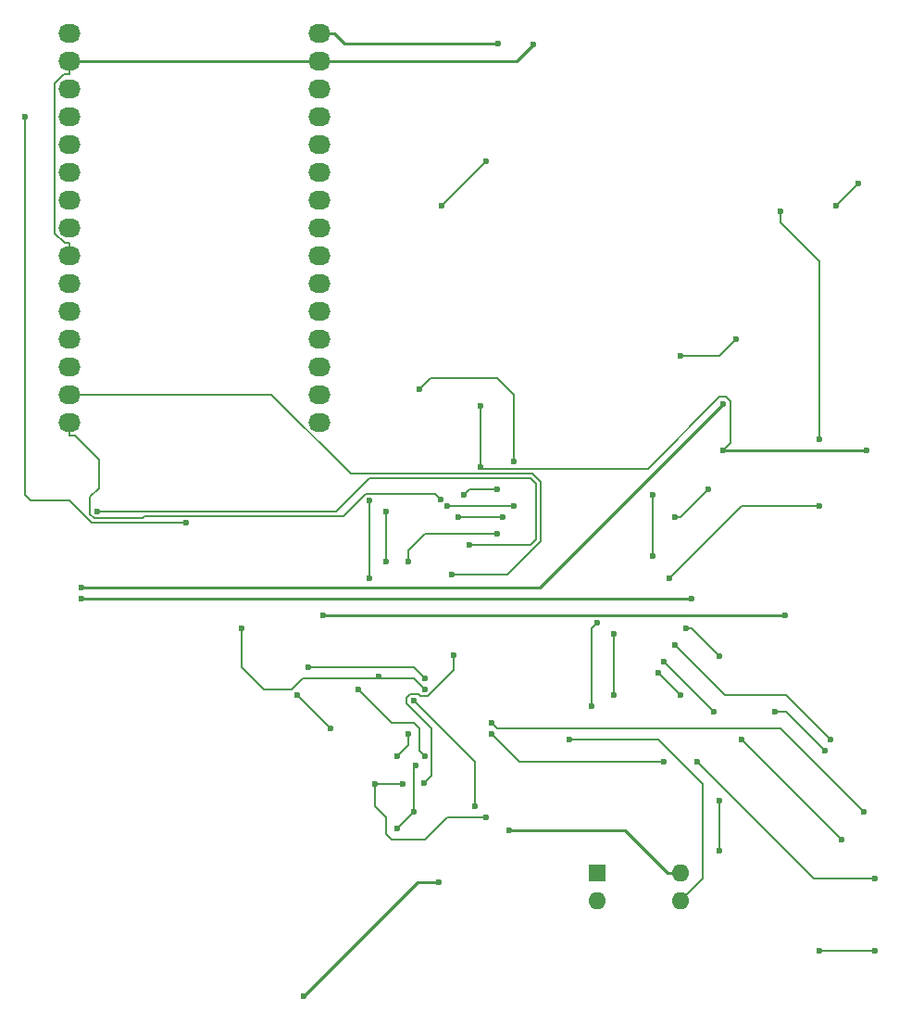
<source format=gbl>
G04 #@! TF.FileFunction,Copper,L2,Bot,Signal*
%FSLAX46Y46*%
G04 Gerber Fmt 4.6, Leading zero omitted, Abs format (unit mm)*
G04 Created by KiCad (PCBNEW 4.0.7) date 06/29/18 09:04:28*
%MOMM*%
%LPD*%
G01*
G04 APERTURE LIST*
%ADD10C,0.100000*%
%ADD11R,1.600000X1.600000*%
%ADD12O,1.600000X1.600000*%
%ADD13O,2.032000X1.727200*%
%ADD14C,0.600000*%
%ADD15C,0.250000*%
%ADD16C,0.200000*%
G04 APERTURE END LIST*
D10*
D11*
X143764000Y-125476000D03*
D12*
X151384000Y-128016000D03*
X143764000Y-128016000D03*
X151384000Y-125476000D03*
D13*
X118364000Y-84328000D03*
X118364000Y-81788000D03*
X118364000Y-79248000D03*
X118364000Y-76708000D03*
X118364000Y-74168000D03*
X118364000Y-71628000D03*
X118364000Y-69088000D03*
X118364000Y-66548000D03*
X118364000Y-64008000D03*
X118364000Y-61468000D03*
X118364000Y-58928000D03*
X118364000Y-56388000D03*
X118364000Y-53848000D03*
X118364000Y-51308000D03*
X118364000Y-48768000D03*
X95504000Y-84328000D03*
X95504000Y-53848000D03*
X95504000Y-51308000D03*
X95504000Y-56388000D03*
X95504000Y-71628000D03*
X95504000Y-74168000D03*
X95504000Y-69088000D03*
X95504000Y-48768000D03*
X95504000Y-64008000D03*
X95504000Y-66548000D03*
X95504000Y-61468000D03*
X95504000Y-58928000D03*
X95504000Y-79248000D03*
X95504000Y-76708000D03*
X95504000Y-81788000D03*
D14*
X137948000Y-49799300D03*
X125476000Y-121412000D03*
X127000000Y-119888000D03*
X133096000Y-88392000D03*
X133096000Y-82804000D03*
X134741000Y-49697500D03*
X135714000Y-121627000D03*
X155338000Y-86877700D03*
X168396000Y-86877700D03*
X127166300Y-115661700D03*
X116922000Y-136752000D03*
X129280000Y-126285000D03*
X141224000Y-113284000D03*
X149352000Y-107188000D03*
X151384000Y-109220000D03*
X154940000Y-118872000D03*
X154940000Y-123444000D03*
X126492000Y-112776000D03*
X125476000Y-114808000D03*
X133604000Y-120396000D03*
X123444000Y-117348000D03*
X125984000Y-117348000D03*
X134620000Y-94488000D03*
X126492000Y-97028000D03*
X127000000Y-109728000D03*
X132588000Y-119380000D03*
X111252000Y-103124000D03*
X128016000Y-108712000D03*
X123835800Y-107500100D03*
X117348000Y-106680000D03*
X128016000Y-107696000D03*
X116332000Y-109220000D03*
X119380000Y-112268000D03*
X143256000Y-110236000D03*
X143764000Y-102616000D03*
X148844000Y-96520000D03*
X148844000Y-90932000D03*
X151384000Y-78232000D03*
X156464000Y-76708000D03*
X165608000Y-64516000D03*
X167640000Y-62484000D03*
X164084000Y-85852000D03*
X164084000Y-91948000D03*
X150368000Y-98552000D03*
X145288000Y-103632000D03*
X145288000Y-109220000D03*
X160528000Y-65024000D03*
X169164000Y-125984000D03*
X152908000Y-115316000D03*
X149860000Y-115316000D03*
X134112000Y-112776000D03*
X168148000Y-119888000D03*
X134112000Y-111760000D03*
X149860000Y-106172000D03*
X154432000Y-110744000D03*
X156972000Y-113284000D03*
X166116000Y-122428000D03*
X165100000Y-113284000D03*
X150876000Y-104648000D03*
X160020000Y-110744000D03*
X164592000Y-114300000D03*
X164084000Y-132588000D03*
X169164000Y-132588000D03*
X151892000Y-103124000D03*
X154940000Y-105664000D03*
X161005000Y-101938000D03*
X118700000Y-101938000D03*
X153924000Y-90424000D03*
X135128000Y-92964000D03*
X150876000Y-92964000D03*
X131064000Y-92964000D03*
X130048000Y-91948000D03*
X136144000Y-91948000D03*
X152424000Y-100413000D03*
X96644000Y-100413000D03*
X155345000Y-82608800D03*
X96608800Y-99436000D03*
X130704000Y-105599700D03*
X127987700Y-117258200D03*
X124460000Y-92456000D03*
X124460000Y-97028000D03*
X133604000Y-60452000D03*
X129540000Y-64516000D03*
X122936000Y-91440000D03*
X122936000Y-98552000D03*
X121920000Y-108712000D03*
X128016000Y-114808000D03*
X129508000Y-91347600D03*
X91440000Y-56388000D03*
X106172000Y-93472000D03*
X127508000Y-81280000D03*
X136144000Y-87884000D03*
X134620000Y-90424000D03*
X131572000Y-90932000D03*
X132080000Y-95504000D03*
X98044000Y-92456000D03*
X130493300Y-98205500D03*
D15*
X95504000Y-51308000D02*
X118364000Y-51308000D01*
X136439000Y-51308000D02*
X137948000Y-49799300D01*
X118364000Y-51308000D02*
X136439000Y-51308000D01*
D16*
X95028000Y-52471900D02*
X95504000Y-52471900D01*
X94186700Y-53313200D02*
X95028000Y-52471900D01*
X94186700Y-67043300D02*
X94186700Y-53313200D01*
X95067500Y-67924100D02*
X94186700Y-67043300D01*
X95504000Y-67924100D02*
X95067500Y-67924100D01*
X95504000Y-69088000D02*
X95504000Y-67924100D01*
X95504000Y-51308000D02*
X95504000Y-52471900D01*
X127000000Y-119888000D02*
X125476000Y-121412000D01*
X133096000Y-82804000D02*
X133096000Y-88392000D01*
D15*
X120685000Y-49697500D02*
X134741000Y-49697500D01*
X119755000Y-48768000D02*
X120685000Y-49697500D01*
X118364000Y-48768000D02*
X119755000Y-48768000D01*
X155338000Y-86877700D02*
X168396000Y-86877700D01*
X146360000Y-121627000D02*
X135714000Y-121627000D01*
X150209000Y-125476000D02*
X146360000Y-121627000D01*
X151384000Y-125476000D02*
X150209000Y-125476000D01*
D16*
X155979200Y-86236500D02*
X155338000Y-86877700D01*
X155979200Y-82392200D02*
X155979200Y-86236500D01*
X155549100Y-81962100D02*
X155979200Y-82392200D01*
X154991200Y-81962100D02*
X155549100Y-81962100D01*
X148408800Y-88544500D02*
X154991200Y-81962100D01*
X133248500Y-88544500D02*
X148408800Y-88544500D01*
X133096000Y-88392000D02*
X133248500Y-88544500D01*
X127000000Y-115828000D02*
X127166300Y-115661700D01*
X127000000Y-119888000D02*
X127000000Y-115828000D01*
D15*
X127390000Y-126285000D02*
X116922000Y-136752000D01*
X129280000Y-126285000D02*
X127390000Y-126285000D01*
D16*
X153416000Y-125984000D02*
X151384000Y-128016000D01*
X153416000Y-117348000D02*
X153416000Y-125984000D01*
X149352000Y-113284000D02*
X153416000Y-117348000D01*
X141224000Y-113284000D02*
X149352000Y-113284000D01*
X151384000Y-128016000D02*
X151892000Y-128016000D01*
X151384000Y-109220000D02*
X149352000Y-107188000D01*
X154940000Y-123444000D02*
X154940000Y-118872000D01*
X126492000Y-113792000D02*
X126492000Y-112776000D01*
X125476000Y-114808000D02*
X126492000Y-113792000D01*
X130048000Y-120396000D02*
X133604000Y-120396000D01*
X128016000Y-122428000D02*
X130048000Y-120396000D01*
X124968000Y-122428000D02*
X128016000Y-122428000D01*
X124460000Y-121920000D02*
X124968000Y-122428000D01*
X124460000Y-120396000D02*
X124460000Y-121920000D01*
X123444000Y-119380000D02*
X124460000Y-120396000D01*
X123444000Y-117348000D02*
X123444000Y-119380000D01*
X123444000Y-117348000D02*
X125984000Y-117348000D01*
X126492000Y-96012000D02*
X126492000Y-97028000D01*
X128016000Y-94488000D02*
X126492000Y-96012000D01*
X134620000Y-94488000D02*
X128016000Y-94488000D01*
X132588000Y-115316000D02*
X127000000Y-109728000D01*
X132588000Y-119380000D02*
X132588000Y-115316000D01*
X111252000Y-106680000D02*
X111252000Y-103124000D01*
X113284000Y-108712000D02*
X111252000Y-106680000D01*
X115824000Y-108712000D02*
X113284000Y-108712000D01*
X116840000Y-107696000D02*
X115824000Y-108712000D01*
X124031700Y-107696000D02*
X116840000Y-107696000D01*
X127000000Y-107696000D02*
X124031700Y-107696000D01*
X128016000Y-108712000D02*
X127000000Y-107696000D01*
X124031700Y-107696000D02*
X123835800Y-107500100D01*
X127000000Y-106680000D02*
X117348000Y-106680000D01*
X128016000Y-107696000D02*
X127000000Y-106680000D01*
X119380000Y-112268000D02*
X116332000Y-109220000D01*
X143256000Y-103124000D02*
X143256000Y-110236000D01*
X143764000Y-102616000D02*
X143256000Y-103124000D01*
X148844000Y-90932000D02*
X148844000Y-96520000D01*
X154940000Y-78232000D02*
X151384000Y-78232000D01*
X156464000Y-76708000D02*
X154940000Y-78232000D01*
X167640000Y-62484000D02*
X165608000Y-64516000D01*
X156972000Y-91948000D02*
X164084000Y-91948000D01*
X150368000Y-98552000D02*
X156972000Y-91948000D01*
X145288000Y-109220000D02*
X145288000Y-103632000D01*
X160528000Y-66040000D02*
X160528000Y-65024000D01*
X164084000Y-69596000D02*
X160528000Y-66040000D01*
X164084000Y-85852000D02*
X164084000Y-69596000D01*
X163576000Y-125984000D02*
X169164000Y-125984000D01*
X152908000Y-115316000D02*
X163576000Y-125984000D01*
X136652000Y-115316000D02*
X149860000Y-115316000D01*
X134112000Y-112776000D02*
X136652000Y-115316000D01*
X160528000Y-112268000D02*
X168148000Y-119888000D01*
X134620000Y-112268000D02*
X160528000Y-112268000D01*
X134112000Y-111760000D02*
X134620000Y-112268000D01*
X149860000Y-106172000D02*
X154432000Y-110744000D01*
X156972000Y-113284000D02*
X166116000Y-122428000D01*
X161036000Y-109220000D02*
X165100000Y-113284000D01*
X155448000Y-109220000D02*
X161036000Y-109220000D01*
X150876000Y-104648000D02*
X155448000Y-109220000D01*
X161036000Y-110744000D02*
X160020000Y-110744000D01*
X164592000Y-114300000D02*
X161036000Y-110744000D01*
X169164000Y-132588000D02*
X164084000Y-132588000D01*
X152400000Y-103124000D02*
X151892000Y-103124000D01*
X154940000Y-105664000D02*
X152400000Y-103124000D01*
D15*
X118700000Y-101938000D02*
X161005000Y-101938000D01*
D16*
X131064000Y-92964000D02*
X135128000Y-92964000D01*
X151384000Y-92964000D02*
X150876000Y-92964000D01*
X153924000Y-90424000D02*
X151384000Y-92964000D01*
X130048000Y-91948000D02*
X136144000Y-91948000D01*
D15*
X96644000Y-100413000D02*
X152424000Y-100413000D01*
X138518000Y-99436000D02*
X96608800Y-99436000D01*
X155345000Y-82608800D02*
X138518000Y-99436000D01*
D16*
X130704000Y-106928800D02*
X130704000Y-105599700D01*
X128309900Y-109322900D02*
X130704000Y-106928800D01*
X127611000Y-109322900D02*
X128309900Y-109322900D01*
X127413300Y-109125200D02*
X127611000Y-109322900D01*
X126721200Y-109125200D02*
X127413300Y-109125200D01*
X126354600Y-109491800D02*
X126721200Y-109125200D01*
X126354600Y-109998400D02*
X126354600Y-109491800D01*
X128616300Y-112260100D02*
X126354600Y-109998400D01*
X128616300Y-116629600D02*
X128616300Y-112260100D01*
X127987700Y-117258200D02*
X128616300Y-116629600D01*
X124460000Y-92456000D02*
X124460000Y-97028000D01*
X129540000Y-64516000D02*
X133604000Y-60452000D01*
X122936000Y-98552000D02*
X122936000Y-91440000D01*
X124968000Y-111760000D02*
X121920000Y-108712000D01*
X127000000Y-111760000D02*
X124968000Y-111760000D01*
X127508000Y-112268000D02*
X127000000Y-111760000D01*
X127508000Y-114300000D02*
X127508000Y-112268000D01*
X128016000Y-114808000D02*
X127508000Y-114300000D01*
X128994800Y-90834400D02*
X129508000Y-91347600D01*
X122625600Y-90834400D02*
X128994800Y-90834400D01*
X120603600Y-92856400D02*
X122625600Y-90834400D01*
X102416000Y-92856400D02*
X120603600Y-92856400D01*
X102208400Y-93064000D02*
X102416000Y-92856400D01*
X97792300Y-93064000D02*
X102208400Y-93064000D01*
X97435900Y-92707600D02*
X97792300Y-93064000D01*
X97435900Y-91139400D02*
X97435900Y-92707600D01*
X98264600Y-90310700D02*
X97435900Y-91139400D01*
X98264600Y-87743300D02*
X98264600Y-90310700D01*
X96013200Y-85491900D02*
X98264600Y-87743300D01*
X95504000Y-85491900D02*
X96013200Y-85491900D01*
X95504000Y-84328000D02*
X95504000Y-85491900D01*
X91440000Y-90932000D02*
X91440000Y-56388000D01*
X91948000Y-91440000D02*
X91440000Y-90932000D01*
X95504000Y-91440000D02*
X91948000Y-91440000D01*
X97536000Y-93472000D02*
X95504000Y-91440000D01*
X106172000Y-93472000D02*
X97536000Y-93472000D01*
X128524000Y-80264000D02*
X127508000Y-81280000D01*
X134620000Y-80264000D02*
X128524000Y-80264000D01*
X136144000Y-81788000D02*
X134620000Y-80264000D01*
X136144000Y-87884000D02*
X136144000Y-81788000D01*
X132080000Y-90424000D02*
X134620000Y-90424000D01*
X131572000Y-90932000D02*
X132080000Y-90424000D01*
X137668000Y-95504000D02*
X132080000Y-95504000D01*
X138176000Y-94996000D02*
X137668000Y-95504000D01*
X138176000Y-89916000D02*
X138176000Y-94996000D01*
X137668000Y-89408000D02*
X138176000Y-89916000D01*
X122936000Y-89408000D02*
X137668000Y-89408000D01*
X119888000Y-92456000D02*
X122936000Y-89408000D01*
X98044000Y-92456000D02*
X119888000Y-92456000D01*
X135546400Y-98205500D02*
X130493300Y-98205500D01*
X138592900Y-95159000D02*
X135546400Y-98205500D01*
X138592900Y-89753200D02*
X138592900Y-95159000D01*
X137839700Y-89000000D02*
X138592900Y-89753200D01*
X121237500Y-89000000D02*
X137839700Y-89000000D01*
X114025500Y-81788000D02*
X121237500Y-89000000D01*
X95504000Y-81788000D02*
X114025500Y-81788000D01*
M02*

</source>
